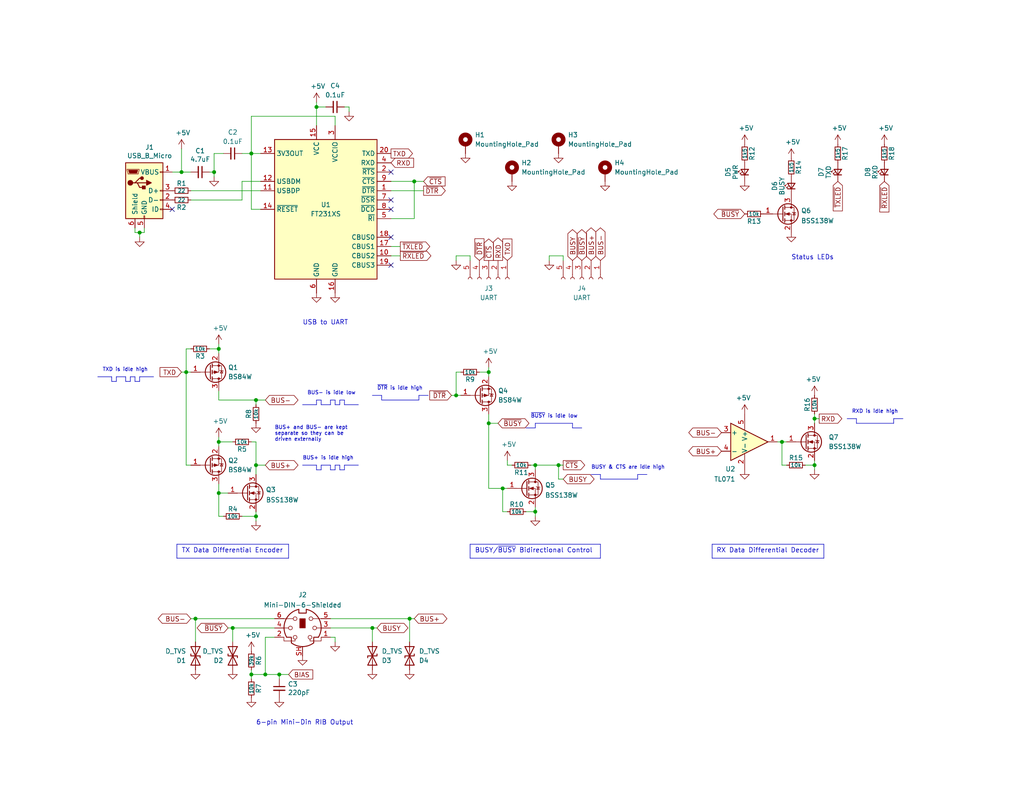
<source format=kicad_sch>
(kicad_sch (version 20211123) (generator eeschema)
  (paper "USLetter")
  (title_block (title "MiniRIB-USB") (date "2023-03-28") (rev "D") (company "W3AXL") (comment 1 "USB based adaption of the RLN4008B schematic"))
  (lib_symbols
    (symbol "Connector:Conn_01x05_Female" (pin_names (offset 1.016) hide)
      (property "Reference" "J" (at 0 7.62 0))
      (property "Value" "Conn_01x05_Female" (at 0 -7.62 0))
      (symbol "Conn_01x05_Female_1_1"
        (arc (start 0 -4.572) (mid -0.508 -5.08) (end 0 -5.588) (stroke (width 0.1524)))
        (arc (start 0 -2.032) (mid -0.508 -2.54) (end 0 -3.048) (stroke (width 0.1524)))
        (polyline (pts (xy -1.27 -5.08) (xy -0.508 -5.08)) (stroke (width 0.1524)))
        (polyline (pts (xy -1.27 -2.54) (xy -0.508 -2.54)) (stroke (width 0.1524)))
        (polyline (pts (xy -1.27 0) (xy -0.508 0)) (stroke (width 0.1524)))
        (polyline (pts (xy -1.27 2.54) (xy -0.508 2.54)) (stroke (width 0.1524)))
        (polyline (pts (xy -1.27 5.08) (xy -0.508 5.08)) (stroke (width 0.1524)))
        (arc (start 0 0.508) (mid -0.508 0) (end 0 -0.508) (stroke (width 0.1524)))
        (arc (start 0 3.048) (mid -0.508 2.54) (end 0 2.032) (stroke (width 0.1524)))
        (arc (start 0 5.588) (mid -0.508 5.08) (end 0 4.572) (stroke (width 0.1524)))
        (pin passive line (at -5.08 5.08 0) (length 3.81) (name "Pin_1") (number "1"))
        (pin passive line (at -5.08 2.54 0) (length 3.81) (name "Pin_2") (number "2"))
        (pin passive line (at -5.08 0 0) (length 3.81) (name "Pin_3") (number "3"))
        (pin passive line (at -5.08 -2.54 0) (length 3.81) (name "Pin_4") (number "4"))
        (pin passive line (at -5.08 -5.08 0) (length 3.81) (name "Pin_5") (number "5"))
      )
    )
    (symbol "Connector:USB_B_Micro" (pin_names (offset 1.016))
      (property "Reference" "J" (at -5.08 11.43 0))
      (property "Value" "USB_B_Micro" (at -5.08 8.89 0))
      (symbol "USB_B_Micro_0_1"
        (rectangle (start -5.08 -7.62) (end 5.08 7.62) (stroke (width 0.254)) (fill (type background)))
        (circle (center -3.81 2.159) (radius 0.635) (stroke (width 0.254)) (fill (type outline)))
        (circle (center -0.635 3.429) (radius 0.381) (stroke (width 0.254)) (fill (type outline)))
        (rectangle (start -0.127 -7.62) (end 0.127 -6.858))
        (polyline (pts (xy -1.905 2.159) (xy 0.635 2.159)) (stroke (width 0.254)))
        (polyline (pts (xy -3.175 2.159) (xy -2.54 2.159) (xy -1.27 3.429) (xy -0.635 3.429)) (stroke (width 0.254)))
        (polyline (pts (xy -2.54 2.159) (xy -1.905 2.159) (xy -1.27 0.889) (xy 0 0.889)) (stroke (width 0.254)))
        (polyline (pts (xy 0.635 2.794) (xy 0.635 1.524) (xy 1.905 2.159) (xy 0.635 2.794)) (stroke (width 0.254)) (fill (type outline)))
        (polyline (pts (xy -4.318 5.588) (xy -1.778 5.588) (xy -2.032 4.826) (xy -4.064 4.826) (xy -4.318 5.588)) (fill (type outline)))
        (polyline (pts (xy -4.699 5.842) (xy -4.699 5.588) (xy -4.445 4.826) (xy -4.445 4.572) (xy -1.651 4.572) (xy -1.651 4.826) (xy -1.397 5.588) (xy -1.397 5.842) (xy -4.699 5.842)))
        (rectangle (start 0.254 1.27) (end -0.508 0.508) (stroke (width 0.254)) (fill (type outline)))
        (rectangle (start 5.08 -5.207) (end 4.318 -4.953))
        (rectangle (start 5.08 -2.667) (end 4.318 -2.413))
        (rectangle (start 5.08 -0.127) (end 4.318 0.127))
        (rectangle (start 5.08 4.953) (end 4.318 5.207))
      )
      (symbol "USB_B_Micro_1_1"
        (pin power_out line (at 7.62 5.08 180) (length 2.54) (name "VBUS") (number "1"))
        (pin bidirectional line (at 7.62 -2.54 180) (length 2.54) (name "D-") (number "2"))
        (pin bidirectional line (at 7.62 0 180) (length 2.54) (name "D+") (number "3"))
        (pin passive line (at 7.62 -5.08 180) (length 2.54) (name "ID") (number "4"))
        (pin power_out line (at 0 -10.16 90) (length 2.54) (name "GND") (number "5"))
        (pin passive line (at -2.54 -10.16 90) (length 2.54) (name "Shield") (number "6"))
      )
    )
    (symbol "Device:C_Small" (pin_numbers hide) (pin_names (offset 0.254) hide)
      (property "Reference" "C" (at 0.254 1.778 0))
      (property "Value" "C_Small" (at 0.254 -2.032 0))
      (symbol "C_Small_0_1"
        (polyline (pts (xy -1.524 -0.508) (xy 1.524 -0.508)) (stroke (width 0.3302)))
        (polyline (pts (xy -1.524 0.508) (xy 1.524 0.508)) (stroke (width 0.3048)))
      )
      (symbol "C_Small_1_1"
        (pin passive line (at 0 2.54 270) (length 2.032) (name "~") (number "1"))
        (pin passive line (at 0 -2.54 90) (length 2.032) (name "~") (number "2"))
      )
    )
    (symbol "Device:D_TVS" (pin_numbers hide) (pin_names (offset 1.016) hide)
      (property "Reference" "D" (at 0 2.54 0))
      (property "Value" "D_TVS" (at 0 -2.54 0))
      (symbol "D_TVS_0_1"
        (polyline (pts (xy 1.27 0) (xy -1.27 0)))
        (polyline (pts (xy 0.508 1.27) (xy 0 1.27) (xy 0 -1.27) (xy -0.508 -1.27)) (stroke (width 0.254)))
        (polyline (pts (xy -2.54 1.27) (xy -2.54 -1.27) (xy 2.54 1.27) (xy 2.54 -1.27) (xy -2.54 1.27)) (stroke (width 0.254)))
      )
      (symbol "D_TVS_1_1"
        (pin passive line (at -3.81 0 0) (length 2.54) (name "A1") (number "1"))
        (pin passive line (at 3.81 0 180) (length 2.54) (name "A2") (number "2"))
      )
    )
    (symbol "Device:LED_Small" (pin_numbers hide) (pin_names (offset 0.254) hide)
      (property "Reference" "D" (at -1.27 3.175 0))
      (property "Value" "LED_Small" (at -4.445 -2.54 0))
      (symbol "LED_Small_0_1"
        (polyline (pts (xy -0.762 -1.016) (xy -0.762 1.016)) (stroke (width 0.254)))
        (polyline (pts (xy 1.016 0) (xy -0.762 0)))
        (polyline (pts (xy 0.762 -1.016) (xy -0.762 0) (xy 0.762 1.016) (xy 0.762 -1.016)) (stroke (width 0.254)))
        (polyline (pts (xy 0 0.762) (xy -0.508 1.27) (xy -0.254 1.27) (xy -0.508 1.27) (xy -0.508 1.016)))
        (polyline (pts (xy 0.508 1.27) (xy 0 1.778) (xy 0.254 1.778) (xy 0 1.778) (xy 0 1.524)))
      )
      (symbol "LED_Small_1_1"
        (pin passive line (at -2.54 0 0) (length 1.778) (name "K") (number "1"))
        (pin passive line (at 2.54 0 180) (length 1.778) (name "A") (number "2"))
      )
    )
    (symbol "Device:Q_NMOS_GSD" (pin_names (offset 0) hide)
      (property "Reference" "Q" (at 5.08 1.27 0))
      (property "Value" "Q_NMOS_GSD" (at 5.08 -1.27 0))
      (symbol "Q_NMOS_GSD_0_1"
        (polyline (pts (xy 0.254 0) (xy -2.54 0)))
        (polyline (pts (xy 0.254 1.905) (xy 0.254 -1.905)) (stroke (width 0.254)))
        (polyline (pts (xy 0.762 -1.27) (xy 0.762 -2.286)) (stroke (width 0.254)))
        (polyline (pts (xy 0.762 0.508) (xy 0.762 -0.508)) (stroke (width 0.254)))
        (polyline (pts (xy 0.762 2.286) (xy 0.762 1.27)) (stroke (width 0.254)))
        (polyline (pts (xy 2.54 2.54) (xy 2.54 1.778)))
        (polyline (pts (xy 2.54 -2.54) (xy 2.54 0) (xy 0.762 0)))
        (polyline (pts (xy 0.762 -1.778) (xy 3.302 -1.778) (xy 3.302 1.778) (xy 0.762 1.778)))
        (polyline (pts (xy 1.016 0) (xy 2.032 0.381) (xy 2.032 -0.381) (xy 1.016 0)) (fill (type outline)))
        (polyline (pts (xy 2.794 0.508) (xy 2.921 0.381) (xy 3.683 0.381) (xy 3.81 0.254)))
        (polyline (pts (xy 3.302 0.381) (xy 2.921 -0.254) (xy 3.683 -0.254) (xy 3.302 0.381)))
        (circle (center 1.651 0) (radius 2.794) (stroke (width 0.254)))
        (circle (center 2.54 -1.778) (radius 0.254) (fill (type outline)))
        (circle (center 2.54 1.778) (radius 0.254) (fill (type outline)))
      )
      (symbol "Q_NMOS_GSD_1_1"
        (pin input line (at -5.08 0 0) (length 2.54) (name "G") (number "1"))
        (pin passive line (at 2.54 -5.08 90) (length 2.54) (name "S") (number "2"))
        (pin passive line (at 2.54 5.08 270) (length 2.54) (name "D") (number "3"))
      )
    )
    (symbol "Device:Q_PMOS_GSD" (pin_names (offset 0) hide)
      (property "Reference" "Q" (at 5.08 1.27 0))
      (property "Value" "Q_PMOS_GSD" (at 5.08 -1.27 0))
      (symbol "Q_PMOS_GSD_0_1"
        (polyline (pts (xy 0.254 0) (xy -2.54 0)))
        (polyline (pts (xy 0.254 1.905) (xy 0.254 -1.905)) (stroke (width 0.254)))
        (polyline (pts (xy 0.762 -1.27) (xy 0.762 -2.286)) (stroke (width 0.254)))
        (polyline (pts (xy 0.762 0.508) (xy 0.762 -0.508)) (stroke (width 0.254)))
        (polyline (pts (xy 0.762 2.286) (xy 0.762 1.27)) (stroke (width 0.254)))
        (polyline (pts (xy 2.54 2.54) (xy 2.54 1.778)))
        (polyline (pts (xy 2.54 -2.54) (xy 2.54 0) (xy 0.762 0)))
        (polyline (pts (xy 0.762 1.778) (xy 3.302 1.778) (xy 3.302 -1.778) (xy 0.762 -1.778)))
        (polyline (pts (xy 2.286 0) (xy 1.27 0.381) (xy 1.27 -0.381) (xy 2.286 0)) (fill (type outline)))
        (polyline (pts (xy 2.794 -0.508) (xy 2.921 -0.381) (xy 3.683 -0.381) (xy 3.81 -0.254)))
        (polyline (pts (xy 3.302 -0.381) (xy 2.921 0.254) (xy 3.683 0.254) (xy 3.302 -0.381)))
        (circle (center 1.651 0) (radius 2.794) (stroke (width 0.254)))
        (circle (center 2.54 -1.778) (radius 0.254) (fill (type outline)))
        (circle (center 2.54 1.778) (radius 0.254) (fill (type outline)))
      )
      (symbol "Q_PMOS_GSD_1_1"
        (pin input line (at -5.08 0 0) (length 2.54) (name "G") (number "1"))
        (pin passive line (at 2.54 -5.08 90) (length 2.54) (name "S") (number "2"))
        (pin passive line (at 2.54 5.08 270) (length 2.54) (name "D") (number "3"))
      )
    )
    (symbol "Device:R_Small" (pin_numbers hide) (pin_names (offset 0.254) hide)
      (property "Reference" "R" (at 0.762 0.508 0))
      (property "Value" "R_Small" (at 0.762 -1.016 0))
      (symbol "R_Small_0_1"
        (rectangle (start -0.762 1.778) (end 0.762 -1.778) (stroke (width 0.2032)))
      )
      (symbol "R_Small_1_1"
        (pin passive line (at 0 2.54 270) (length 0.762) (name "~") (number "1"))
        (pin passive line (at 0 -2.54 90) (length 0.762) (name "~") (number "2"))
      )
    )
    (symbol "Interface_USB:FT231XS"
      (property "Reference" "U" (at -13.97 20.32 0))
      (property "Value" "FT231XS" (at 7.62 20.32 0))
      (symbol "FT231XS_0_1"
        (rectangle (start -13.97 19.05) (end 13.97 -19.05) (stroke (width 0.254)) (fill (type background)))
      )
      (symbol "FT231XS_1_1"
        (pin output line (at 17.78 5.08 180) (length 3.81) (name "~{DTR}") (number "1"))
        (pin bidirectional line (at 17.78 -12.7 180) (length 3.81) (name "CBUS2") (number "10"))
        (pin bidirectional line (at -17.78 5.08 0) (length 3.81) (name "USBDP") (number "11"))
        (pin bidirectional line (at -17.78 7.62 0) (length 3.81) (name "USBDM") (number "12"))
        (pin power_out line (at -17.78 15.24 0) (length 3.81) (name "3V3OUT") (number "13"))
        (pin input line (at -17.78 0 0) (length 3.81) (name "~{RESET}") (number "14"))
        (pin power_in line (at -2.54 22.86 270) (length 3.81) (name "VCC") (number "15"))
        (pin power_in line (at 2.54 -22.86 90) (length 3.81) (name "GND") (number "16"))
        (pin bidirectional line (at 17.78 -10.16 180) (length 3.81) (name "CBUS1") (number "17"))
        (pin bidirectional line (at 17.78 -7.62 180) (length 3.81) (name "CBUS0") (number "18"))
        (pin bidirectional line (at 17.78 -15.24 180) (length 3.81) (name "CBUS3") (number "19"))
        (pin output line (at 17.78 10.16 180) (length 3.81) (name "~{RTS}") (number "2"))
        (pin output line (at 17.78 15.24 180) (length 3.81) (name "TXD") (number "20"))
        (pin power_in line (at 2.54 22.86 270) (length 3.81) (name "VCCIO") (number "3"))
        (pin input line (at 17.78 12.7 180) (length 3.81) (name "RXD") (number "4"))
        (pin input line (at 17.78 -2.54 180) (length 3.81) (name "~{RI}") (number "5"))
        (pin power_in line (at -2.54 -22.86 90) (length 3.81) (name "GND") (number "6"))
        (pin input line (at 17.78 2.54 180) (length 3.81) (name "~{DSR}") (number "7"))
        (pin input line (at 17.78 0 180) (length 3.81) (name "~{DCD}") (number "8"))
        (pin input line (at 17.78 7.62 180) (length 3.81) (name "~{CTS}") (number "9"))
      )
    )
    (symbol "Mechanical:MountingHole_Pad" (pin_numbers hide) (pin_names (offset 1.016) hide)
      (property "Reference" "H" (at 0 6.35 0))
      (property "Value" "MountingHole_Pad" (at 0 4.445 0))
      (symbol "MountingHole_Pad_0_1"
        (circle (center 0 1.27) (radius 1.27) (stroke (width 1.27)))
      )
      (symbol "MountingHole_Pad_1_1"
        (pin input line (at 0 -2.54 90) (length 2.54) (name "1") (number "1"))
      )
    )
    (symbol "MiniDin:Mini-DIN-6-Shielded" (pin_names (offset 1.016))
      (property "Reference" "J" (at 0 7.62 0))
      (property "Value" "Mini-DIN-6-Shielded" (at 0 6.35 0))
      (symbol "Mini-DIN-6-Shielded_0_1"
        (circle (center -3.302 0) (radius 0.508))
        (arc (start -3.048 -4.064) (mid 0 -5.08) (end 3.048 -4.064) (stroke (width 0.254)))
        (circle (center -2.032 -2.54) (radius 0.508))
        (circle (center -2.032 2.54) (radius 0.508))
        (arc (start -1.016 5.08) (mid -4.6228 2.1214) (end -4.318 -2.54) (stroke (width 0.254)))
        (rectangle (start -0.762 2.54) (end 0.762 0) (fill (type outline)))
        (polyline (pts (xy -3.81 0) (xy -5.08 0)))
        (polyline (pts (xy -2.54 2.54) (xy -5.08 2.54)))
        (polyline (pts (xy 2.794 2.54) (xy 5.08 2.54)))
        (polyline (pts (xy 5.08 0) (xy 3.81 0)))
        (polyline (pts (xy -4.318 -2.54) (xy -3.048 -2.54) (xy -3.048 -4.064)) (stroke (width 0.254)))
        (polyline (pts (xy 4.318 -2.54) (xy 3.048 -2.54) (xy 3.048 -4.064)) (stroke (width 0.254)))
        (polyline (pts (xy -2.032 -3.048) (xy -2.032 -3.556) (xy -5.08 -3.556) (xy -5.08 -2.54)))
        (polyline (pts (xy -1.016 5.08) (xy -1.016 4.064) (xy 1.016 4.064) (xy 1.016 5.08)) (stroke (width 0.254)))
        (polyline (pts (xy 2.032 -3.048) (xy 2.032 -3.556) (xy 5.08 -3.556) (xy 5.08 -2.54)))
        (circle (center 2.032 -2.54) (radius 0.508))
        (circle (center 2.286 2.54) (radius 0.508))
        (circle (center 3.302 0) (radius 0.508))
        (arc (start 4.318 -2.54) (mid 4.6661 2.1322) (end 1.016 5.08) (stroke (width 0.254)))
      )
      (symbol "Mini-DIN-6-Shielded_1_1"
        (pin passive line (at 7.62 -2.54 180) (length 2.54) (name "~") (number "1"))
        (pin passive line (at -7.62 -2.54 0) (length 2.54) (name "~") (number "2"))
        (pin passive line (at 7.62 0 180) (length 2.54) (name "~") (number "3"))
        (pin passive line (at -7.62 0 0) (length 2.54) (name "~") (number "4"))
        (pin passive line (at 7.62 2.54 180) (length 2.54) (name "~") (number "5"))
        (pin passive line (at -7.62 2.54 0) (length 2.54) (name "~") (number "6"))
        (pin passive line (at 0 -7.62 90) (length 2.54) (name "~") (number "SH"))
      )
    )
    (symbol "MiniDin:TL071" (pin_names (offset 0.127))
      (property "Reference" "U" (at 0 6.35 0))
      (property "Value" "TL071" (at 0 3.81 0))
      (symbol "TL071_0_1"
        (polyline (pts (xy -5.08 5.08) (xy 5.08 0) (xy -5.08 -5.08) (xy -5.08 5.08)) (stroke (width 0.254)) (fill (type background)))
      )
      (symbol "TL071_1_1"
        (pin output line (at 7.62 0 180) (length 2.54) (name "~") (number "1"))
        (pin power_in line (at -1.27 -7.62 90) (length 4.445) (name "V-") (number "2"))
        (pin input line (at -7.62 2.54 0) (length 2.54) (name "+") (number "3"))
        (pin input line (at -7.62 -2.54 0) (length 2.54) (name "-") (number "4"))
        (pin power_in line (at -1.27 7.62 270) (length 4.445) (name "V+") (number "5"))
      )
    )
    (symbol "power:+5V" (power) (pin_names (offset 0))
      (property "Value" "+5V" (at 0 3.556 0))
      (symbol "+5V_0_1"
        (polyline (pts (xy -0.762 1.27) (xy 0 2.54)))
        (polyline (pts (xy 0 0) (xy 0 2.54)))
        (polyline (pts (xy 0 2.54) (xy 0.762 1.27)))
      )
      (symbol "+5V_1_1"
        (pin power_in line (at 0 0 90) (length 0) hide (name "+5V") (number "1"))
      )
    )
    (symbol "power:GND" (power) (pin_names (offset 0))
      (property "Value" "GND" (at 0 -3.81 0))
      (symbol "GND_0_1"
        (polyline (pts (xy 0 0) (xy 0 -1.27) (xy 1.27 -1.27) (xy 0 -2.54) (xy -1.27 -1.27) (xy 0 -1.27)))
      )
      (symbol "GND_1_1"
        (pin power_in line (at 0 0 270) (length 0) hide (name "GND") (number "1"))
      )
    )
  )
  (junction (at 68.58 184.15))
  (junction (at 49.53 46.99))
  (junction (at 53.34 168.91))
  (junction (at 146.05 139.7))
  (junction (at 113.03 49.53))
  (junction (at 69.85 127))
  (junction (at 69.85 109.22))
  (junction (at 72.39 184.15))
  (junction (at 59.69 95.25))
  (junction (at 59.69 120.65))
  (junction (at 152.4 127))
  (junction (at 76.2 184.15))
  (junction (at 133.35 115.57))
  (junction (at 213.36 120.65))
  (junction (at 101.6 171.45))
  (junction (at 133.35 101.6))
  (junction (at 111.76 168.91))
  (junction (at 50.8 101.6))
  (junction (at 222.25 114.3))
  (junction (at 58.42 46.99))
  (junction (at 69.85 140.97))
  (junction (at 38.1 63.5))
  (junction (at 63.5 171.45))
  (junction (at 86.36 29.21))
  (junction (at 59.69 134.62))
  (junction (at 137.16 133.35))
  (junction (at 146.05 127))
  (junction (at 124.46 107.95))
  (junction (at 222.25 127))
  (junction (at 68.58 41.91))
  (no_connect (at 106.68 57.15))
  (no_connect (at 106.68 46.99))
  (no_connect (at 106.68 54.61))
  (no_connect (at 46.99 57.15))
  (no_connect (at 106.68 64.77))
  (no_connect (at 106.68 72.39))
  (wire (pts (xy 36.83 62.23) (xy 36.83 63.5)))
  (polyline (pts (xy 87.63 110.49) (xy 90.17 110.49)) (stroke (width 0) (type solid)))
  (wire (pts (xy 130.81 101.6) (xy 133.35 101.6)))
  (wire (pts (xy 139.7 127) (xy 138.43 127)))
  (polyline (pts (xy 143.51 116.84) (xy 146.05 116.84)) (stroke (width 0) (type solid)))
  (polyline (pts (xy 26.67 102.87) (xy 30.48 102.87)) (stroke (width 0) (type solid)))
  (polyline (pts (xy 243.84 115.57) (xy 243.84 114.3)) (stroke (width 0) (type solid)))
  (polyline (pts (xy 30.48 102.87) (xy 30.48 104.14)) (stroke (width 0) (type solid)))
  (wire (pts (xy 113.03 49.53) (xy 113.03 59.69)))
  (polyline (pts (xy 38.1 104.14) (xy 38.1 102.87)) (stroke (width 0) (type solid)))
  (wire (pts (xy 72.39 173.99) (xy 72.39 184.15)))
  (wire (pts (xy 222.25 114.3) (xy 222.25 115.57)))
  (wire (pts (xy 152.4 127) (xy 153.67 127)))
  (wire (pts (xy 86.36 29.21) (xy 86.36 34.29)))
  (wire (pts (xy 213.36 127) (xy 213.36 120.65)))
  (polyline (pts (xy 173.99 129.54) (xy 176.53 129.54)) (stroke (width 0) (type solid)))
  (wire (pts (xy 124.46 107.95) (xy 123.19 107.95)))
  (polyline (pts (xy 90.17 128.27) (xy 91.44 128.27)) (stroke (width 0) (type solid)))
  (wire (pts (xy 106.68 52.07) (xy 115.57 52.07)))
  (polyline (pts (xy 48.26 148.59) (xy 48.26 152.4)) (stroke (width 0) (type solid)))
  (polyline (pts (xy 156.21 116.84) (xy 158.75 116.84)) (stroke (width 0) (type solid)))
  (polyline (pts (xy 161.29 129.54) (xy 163.83 129.54)) (stroke (width 0) (type solid)))
  (wire (pts (xy 57.15 95.25) (xy 59.69 95.25)))
  (wire (pts (xy 68.58 57.15) (xy 71.12 57.15)))
  (wire (pts (xy 76.2 184.15) (xy 78.74 184.15)))
  (polyline (pts (xy 104.14 109.22) (xy 114.3 109.22)) (stroke (width 0) (type solid)))
  (wire (pts (xy 68.58 182.88) (xy 68.58 184.15)))
  (polyline (pts (xy 91.44 109.22) (xy 91.44 110.49)) (stroke (width 0) (type solid)))
  (polyline (pts (xy 194.31 152.4) (xy 224.79 152.4)) (stroke (width 0) (type solid)))
  (wire (pts (xy 49.53 40.64) (xy 49.53 46.99)))
  (wire (pts (xy 152.4 130.81) (xy 152.4 127)))
  (wire (pts (xy 146.05 127) (xy 152.4 127)))
  (polyline (pts (xy 92.71 127) (xy 92.71 128.27)) (stroke (width 0) (type solid)))
  (wire (pts (xy 111.76 175.26) (xy 111.76 168.91)))
  (polyline (pts (xy 128.27 148.59) (xy 163.83 148.59)) (stroke (width 0) (type solid)))
  (polyline (pts (xy 86.36 109.22) (xy 87.63 109.22)) (stroke (width 0) (type solid)))
  (wire (pts (xy 52.07 52.07) (xy 71.12 52.07)))
  (polyline (pts (xy 34.29 104.14) (xy 35.56 104.14)) (stroke (width 0) (type solid)))
  (wire (pts (xy 46.99 46.99) (xy 49.53 46.99)))
  (wire (pts (xy 50.8 95.25) (xy 50.8 101.6)))
  (wire (pts (xy 59.69 120.65) (xy 63.5 120.65)))
  (wire (pts (xy 66.04 49.53) (xy 66.04 54.61)))
  (polyline (pts (xy 92.71 110.49) (xy 92.71 109.22)) (stroke (width 0) (type solid)))
  (wire (pts (xy 222.25 127) (xy 222.25 128.27)))
  (wire (pts (xy 59.69 120.65) (xy 59.69 121.92)))
  (polyline (pts (xy 82.55 127) (xy 86.36 127)) (stroke (width 0) (type solid)))
  (wire (pts (xy 95.25 29.21) (xy 95.25 30.48)))
  (wire (pts (xy 66.04 140.97) (xy 69.85 140.97)))
  (wire (pts (xy 69.85 120.65) (xy 69.85 127)))
  (wire (pts (xy 213.36 120.65) (xy 214.63 120.65)))
  (wire (pts (xy 52.07 95.25) (xy 50.8 95.25)))
  (wire (pts (xy 59.69 134.62) (xy 62.23 134.62)))
  (wire (pts (xy 68.58 41.91) (xy 68.58 57.15)))
  (wire (pts (xy 222.25 125.73) (xy 222.25 127)))
  (wire (pts (xy 111.76 168.91) (xy 113.03 168.91)))
  (polyline (pts (xy 87.63 109.22) (xy 87.63 110.49)) (stroke (width 0) (type solid)))
  (wire (pts (xy 124.46 107.95) (xy 125.73 107.95)))
  (wire (pts (xy 59.69 106.68) (xy 59.69 109.22)))
  (polyline (pts (xy 128.27 152.4) (xy 163.83 152.4)) (stroke (width 0) (type solid)))
  (wire (pts (xy 66.04 49.53) (xy 71.12 49.53)))
  (wire (pts (xy 124.46 101.6) (xy 124.46 107.95)))
  (wire (pts (xy 69.85 109.22) (xy 72.39 109.22)))
  (polyline (pts (xy 36.83 104.14) (xy 38.1 104.14)) (stroke (width 0) (type solid)))
  (wire (pts (xy 68.58 120.65) (xy 69.85 120.65)))
  (polyline (pts (xy 30.48 104.14) (xy 31.75 104.14)) (stroke (width 0) (type solid)))
  (polyline (pts (xy 92.71 128.27) (xy 93.98 128.27)) (stroke (width 0) (type solid)))
  (wire (pts (xy 60.96 41.91) (xy 58.42 41.91)))
  (wire (pts (xy 52.07 54.61) (xy 66.04 54.61)))
  (wire (pts (xy 133.35 115.57) (xy 133.35 113.03)))
  (wire (pts (xy 52.07 127) (xy 50.8 127)))
  (polyline (pts (xy 86.36 127) (xy 86.36 128.27)) (stroke (width 0) (type solid)))
  (wire (pts (xy 60.96 140.97) (xy 59.69 140.97)))
  (wire (pts (xy 125.73 101.6) (xy 124.46 101.6)))
  (wire (pts (xy 133.35 100.33) (xy 133.35 101.6)))
  (wire (pts (xy 38.1 63.5) (xy 39.37 63.5)))
  (wire (pts (xy 133.35 133.35) (xy 137.16 133.35)))
  (wire (pts (xy 135.89 115.57) (xy 133.35 115.57)))
  (polyline (pts (xy 104.14 107.95) (xy 104.14 109.22)) (stroke (width 0) (type solid)))
  (wire (pts (xy 133.35 101.6) (xy 133.35 102.87)))
  (wire (pts (xy 106.68 59.69) (xy 113.03 59.69)))
  (wire (pts (xy 69.85 140.97) (xy 69.85 139.7)))
  (wire (pts (xy 90.17 168.91) (xy 111.76 168.91)))
  (wire (pts (xy 106.68 49.53) (xy 113.03 49.53)))
  (polyline (pts (xy 146.05 115.57) (xy 156.21 115.57)) (stroke (width 0) (type solid)))
  (wire (pts (xy 146.05 139.7) (xy 146.05 140.97)))
  (polyline (pts (xy 48.26 148.59) (xy 78.74 148.59)) (stroke (width 0) (type solid)))
  (wire (pts (xy 101.6 175.26) (xy 101.6 171.45)))
  (polyline (pts (xy 93.98 110.49) (xy 97.79 110.49)) (stroke (width 0) (type solid)))
  (wire (pts (xy 88.9 29.21) (xy 86.36 29.21)))
  (wire (pts (xy 106.68 69.85) (xy 109.22 69.85)))
  (polyline (pts (xy 224.79 152.4) (xy 224.79 148.59)) (stroke (width 0) (type solid)))
  (wire (pts (xy 59.69 93.98) (xy 59.69 95.25)))
  (wire (pts (xy 58.42 41.91) (xy 58.42 46.99)))
  (wire (pts (xy 50.8 101.6) (xy 52.07 101.6)))
  (wire (pts (xy 149.86 69.85) (xy 153.67 69.85)))
  (wire (pts (xy 53.34 168.91) (xy 53.34 175.26)))
  (wire (pts (xy 91.44 34.29) (xy 91.44 31.75)))
  (wire (pts (xy 69.85 127) (xy 69.85 129.54)))
  (wire (pts (xy 72.39 184.15) (xy 76.2 184.15)))
  (wire (pts (xy 137.16 139.7) (xy 137.16 133.35)))
  (polyline (pts (xy 86.36 110.49) (xy 86.36 109.22)) (stroke (width 0) (type solid)))
  (wire (pts (xy 53.34 168.91) (xy 74.93 168.91)))
  (wire (pts (xy 59.69 132.08) (xy 59.69 134.62)))
  (wire (pts (xy 90.17 173.99) (xy 91.44 173.99)))
  (polyline (pts (xy 91.44 128.27) (xy 91.44 127)) (stroke (width 0) (type solid)))
  (wire (pts (xy 138.43 139.7) (xy 137.16 139.7)))
  (wire (pts (xy 52.07 168.91) (xy 53.34 168.91)))
  (polyline (pts (xy 114.3 107.95) (xy 116.84 107.95)) (stroke (width 0) (type solid)))
  (wire (pts (xy 113.03 49.53) (xy 115.57 49.53)))
  (polyline (pts (xy 78.74 152.4) (xy 78.74 148.59)) (stroke (width 0) (type solid)))
  (polyline (pts (xy 91.44 127) (xy 92.71 127)) (stroke (width 0) (type solid)))
  (polyline (pts (xy 90.17 110.49) (xy 90.17 109.22)) (stroke (width 0) (type solid)))
  (wire (pts (xy 222.25 127) (xy 219.71 127)))
  (wire (pts (xy 143.51 139.7) (xy 146.05 139.7)))
  (wire (pts (xy 146.05 138.43) (xy 146.05 139.7)))
  (wire (pts (xy 69.85 140.97) (xy 69.85 142.24)))
  (wire (pts (xy 144.78 127) (xy 146.05 127)))
  (wire (pts (xy 146.05 128.27) (xy 146.05 127)))
  (polyline (pts (xy 146.05 116.84) (xy 146.05 115.57)) (stroke (width 0) (type solid)))
  (polyline (pts (xy 86.36 128.27) (xy 87.63 128.27)) (stroke (width 0) (type solid)))
  (wire (pts (xy 76.2 185.42) (xy 76.2 184.15)))
  (wire (pts (xy 39.37 63.5) (xy 39.37 62.23)))
  (wire (pts (xy 153.67 69.85) (xy 153.67 71.12)))
  (polyline (pts (xy 194.31 148.59) (xy 224.79 148.59)) (stroke (width 0) (type solid)))
  (polyline (pts (xy 93.98 127) (xy 97.79 127)) (stroke (width 0) (type solid)))
  (polyline (pts (xy 90.17 127) (xy 90.17 128.27)) (stroke (width 0) (type solid)))
  (wire (pts (xy 128.27 69.85) (xy 128.27 71.12)))
  (polyline (pts (xy 231.14 114.3) (xy 233.68 114.3)) (stroke (width 0) (type solid)))
  (wire (pts (xy 59.69 119.38) (xy 59.69 120.65)))
  (polyline (pts (xy 163.83 130.81) (xy 173.99 130.81)) (stroke (width 0) (type solid)))
  (wire (pts (xy 72.39 173.99) (xy 74.93 173.99)))
  (wire (pts (xy 91.44 175.26) (xy 91.44 173.99)))
  (wire (pts (xy 86.36 27.94) (xy 86.36 29.21)))
  (polyline (pts (xy 163.83 129.54) (xy 163.83 130.81)) (stroke (width 0) (type solid)))
  (wire (pts (xy 63.5 171.45) (xy 74.93 171.45)))
  (polyline (pts (xy 93.98 128.27) (xy 93.98 127)) (stroke (width 0) (type solid)))
  (wire (pts (xy 133.35 115.57) (xy 133.35 133.35)))
  (wire (pts (xy 91.44 31.75) (xy 68.58 31.75)))
  (wire (pts (xy 69.85 109.22) (xy 69.85 110.49)))
  (wire (pts (xy 72.39 184.15) (xy 68.58 184.15)))
  (wire (pts (xy 93.98 29.21) (xy 95.25 29.21)))
  (wire (pts (xy 49.53 101.6) (xy 50.8 101.6)))
  (wire (pts (xy 138.43 133.35) (xy 137.16 133.35)))
  (polyline (pts (xy 114.3 109.22) (xy 114.3 107.95)) (stroke (width 0) (type solid)))
  (wire (pts (xy 59.69 95.25) (xy 59.69 96.52)))
  (wire (pts (xy 124.46 69.85) (xy 128.27 69.85)))
  (polyline (pts (xy 93.98 109.22) (xy 93.98 110.49)) (stroke (width 0) (type solid)))
  (wire (pts (xy 38.1 64.77) (xy 38.1 63.5)))
  (polyline (pts (xy 128.27 148.59) (xy 128.27 152.4)) (stroke (width 0) (type solid)))
  (wire (pts (xy 90.17 171.45) (xy 101.6 171.45)))
  (wire (pts (xy 50.8 101.6) (xy 50.8 127)))
  (wire (pts (xy 138.43 127) (xy 138.43 125.73)))
  (wire (pts (xy 222.25 113.03) (xy 222.25 114.3)))
  (wire (pts (xy 59.69 140.97) (xy 59.69 134.62)))
  (polyline (pts (xy 91.44 110.49) (xy 92.71 110.49)) (stroke (width 0) (type solid)))
  (polyline (pts (xy 90.17 109.22) (xy 91.44 109.22)) (stroke (width 0) (type solid)))
  (wire (pts (xy 153.67 130.81) (xy 152.4 130.81)))
  (polyline (pts (xy 36.83 102.87) (xy 36.83 104.14)) (stroke (width 0) (type solid)))
  (polyline (pts (xy 101.6 107.95) (xy 104.14 107.95)) (stroke (width 0) (type solid)))
  (polyline (pts (xy 243.84 114.3) (xy 246.38 114.3)) (stroke (width 0) (type solid)))
  (polyline (pts (xy 48.26 152.4) (xy 78.74 152.4)) (stroke (width 0) (type solid)))
  (polyline (pts (xy 38.1 102.87) (xy 41.91 102.87)) (stroke (width 0) (type solid)))
  (wire (pts (xy 68.58 41.91) (xy 71.12 41.91)))
  (wire (pts (xy 223.52 114.3) (xy 222.25 114.3)))
  (wire (pts (xy 72.39 127) (xy 69.85 127)))
  (wire (pts (xy 68.58 184.15) (xy 68.58 185.42)))
  (wire (pts (xy 52.07 46.99) (xy 49.53 46.99)))
  (wire (pts (xy 58.42 46.99) (xy 58.42 48.26)))
  (wire (pts (xy 214.63 127) (xy 213.36 127)))
  (polyline (pts (xy 173.99 130.81) (xy 173.99 129.54)) (stroke (width 0) (type solid)))
  (polyline (pts (xy 82.55 110.49) (xy 86.36 110.49)) (stroke (width 0) (type solid)))
  (wire (pts (xy 213.36 120.65) (xy 212.09 120.65)))
  (wire (pts (xy 124.46 71.12) (xy 124.46 69.85)))
  (wire (pts (xy 63.5 171.45) (xy 63.5 175.26)))
  (wire (pts (xy 57.15 46.99) (xy 58.42 46.99)))
  (wire (pts (xy 106.68 67.31) (xy 109.22 67.31)))
  (wire (pts (xy 149.86 71.12) (xy 149.86 69.85)))
  (polyline (pts (xy 163.83 152.4) (xy 163.83 148.59)) (stroke (width 0) (type solid)))
  (polyline (pts (xy 34.29 102.87) (xy 34.29 104.14)) (stroke (width 0) (type solid)))
  (wire (pts (xy 59.69 109.22) (xy 69.85 109.22)))
  (polyline (pts (xy 31.75 104.14) (xy 31.75 102.87)) (stroke (width 0) (type solid)))
  (polyline (pts (xy 31.75 102.87) (xy 34.29 102.87)) (stroke (width 0) (type solid)))
  (wire (pts (xy 62.23 171.45) (xy 63.5 171.45)))
  (wire (pts (xy 68.58 31.75) (xy 68.58 41.91)))
  (polyline (pts (xy 87.63 128.27) (xy 87.63 127)) (stroke (width 0) (type solid)))
  (wire (pts (xy 68.58 41.91) (xy 66.04 41.91)))
  (wire (pts (xy 101.6 171.45) (xy 102.87 171.45)))
  (polyline (pts (xy 92.71 109.22) (xy 93.98 109.22)) (stroke (width 0) (type solid)))
  (wire (pts (xy 36.83 63.5) (xy 38.1 63.5)))
  (polyline (pts (xy 194.31 148.59) (xy 194.31 152.4)) (stroke (width 0) (type solid)))
  (polyline (pts (xy 35.56 104.14) (xy 35.56 102.87)) (stroke (width 0) (type solid)))
  (polyline (pts (xy 233.68 114.3) (xy 233.68 115.57)) (stroke (width 0) (type solid)))
  (polyline (pts (xy 35.56 102.87) (xy 36.83 102.87)) (stroke (width 0) (type solid)))
  (polyline (pts (xy 233.68 115.57) (xy 243.84 115.57)) (stroke (width 0) (type solid)))
  (polyline (pts (xy 87.63 127) (xy 90.17 127)) (stroke (width 0) (type solid)))
  (polyline (pts (xy 156.21 115.57) (xy 156.21 116.84)) (stroke (width 0) (type solid)))
  (text "Status LEDs" (at 215.9 71.12 0) (effects (font (size 1.27 1.27)) (justify left bottom)))
  (text "BUS- is idle low" (at 83.82 107.95 0) (effects (font (size 1 1)) (justify left bottom)))
  (text "TX Data Differential Encoder" (at 49.53 151.13 0) (effects (font (size 1.27 1.27)) (justify left bottom)))
  (text "BUSY & CTS are idle high" (at 161.29 128.27 0) (effects (font (size 1 1)) (justify left bottom)))
  (text "RX Data Differential Decoder" (at 223.52 151.13 180) (effects (font (size 1.27 1.27)) (justify right bottom)))
  (text "~{BUSY} is idle low" (at 144.78 114.3 0) (effects (font (size 1 1)) (justify left bottom)))
  (text "6-pin Mini-Din RIB Output" (at 69.85 198.12 0) (effects (font (size 1.27 1.27)) (justify left bottom)))
  (text "~{DTR} is idle high" (at 102.87 106.68 0) (effects (font (size 1 1)) (justify left bottom)))
  (text "BUSY/~{BUSY} Bidirectional Control" (at 129.54 151.13 0) (effects (font (size 1.27 1.27)) (justify left bottom)))
  (text "RXD is idle high" (at 232.41 113.03 0) (effects (font (size 1 1)) (justify left bottom)))
  (text "TXD is idle high" (at 27.94 101.6 0) (effects (font (size 1 1)) (justify left bottom)))
  (text "USB to UART" (at 82.55 88.9 0) (effects (font (size 1.27 1.27)) (justify left bottom)))
  (text "BUS+ is idle high" (at 82.55 125.73 0) (effects (font (size 1 1)) (justify left bottom)))
  (text "BUS+ and BUS- are kept \nseparate so they can be \ndriven externally" (at 74.93 120.65 0) (effects (font (size 1 1)) (justify left bottom)))
  (global_label "~{CTS}" (shape output) (at 153.67 127 0) (property "Intersheet References" "${INTERSHEET_REFS}" (effects hide)))
  (global_label "~{DTR}" (shape input) (at 123.19 107.95 180) (property "Intersheet References" "${INTERSHEET_REFS}" (effects hide)))
  (global_label "TXD" (shape output) (at 106.68 41.91 0) (property "Intersheet References" "${INTERSHEET_REFS}" (effects hide)))
  (global_label "BUS+" (shape bidirectional) (at 113.03 168.91 0) (property "Intersheet References" "${INTERSHEET_REFS}" (effects hide)))
  (global_label "~{DTR}" (shape input) (at 130.81 71.12 90) (property "Intersheet References" "${INTERSHEET_REFS}" (effects hide)))
  (global_label "~{DTR}" (shape output) (at 115.57 52.07 0) (property "Intersheet References" "${INTERSHEET_REFS}" (effects hide)))
  (global_label "BUS-" (shape bidirectional) (at 196.85 118.11 180) (property "Intersheet References" "${INTERSHEET_REFS}" (effects hide)))
  (global_label "RXD" (shape input) (at 106.68 44.45 0) (property "Intersheet References" "${INTERSHEET_REFS}" (effects hide)))
  (global_label "BUS+" (shape bidirectional) (at 196.85 123.19 180) (property "Intersheet References" "${INTERSHEET_REFS}" (effects hide)))
  (global_label "TXD" (shape input) (at 49.53 101.6 180) (property "Intersheet References" "${INTERSHEET_REFS}" (effects hide)))
  (global_label "BUS-" (shape bidirectional) (at 72.39 109.22 0) (property "Intersheet References" "${INTERSHEET_REFS}" (effects hide)))
  (global_label "BUSY" (shape bidirectional) (at 153.67 130.81 0) (property "Intersheet References" "${INTERSHEET_REFS}" (effects hide)))
  (global_label "~{BUSY}" (shape bidirectional) (at 203.2 58.42 180) (property "Intersheet References" "${INTERSHEET_REFS}" (effects hide)))
  (global_label "~{BUSY}" (shape bidirectional) (at 135.89 115.57 0) (property "Intersheet References" "${INTERSHEET_REFS}" (effects hide)))
  (global_label "BUSY" (shape bidirectional) (at 156.21 71.12 90) (property "Intersheet References" "${INTERSHEET_REFS}" (effects hide)))
  (global_label "BUS+" (shape bidirectional) (at 72.39 127 0) (property "Intersheet References" "${INTERSHEET_REFS}" (effects hide)))
  (global_label "~{TXLED}" (shape output) (at 109.22 67.31 0) (property "Intersheet References" "${INTERSHEET_REFS}" (effects hide)))
  (global_label "~{CTS}" (shape output) (at 133.35 71.12 90) (property "Intersheet References" "${INTERSHEET_REFS}" (effects hide)))
  (global_label "~{RXLED}" (shape output) (at 109.22 69.85 0) (property "Intersheet References" "${INTERSHEET_REFS}" (effects hide)))
  (global_label "BUSY" (shape bidirectional) (at 102.87 171.45 0) (property "Intersheet References" "${INTERSHEET_REFS}" (effects hide)))
  (global_label "BUS-" (shape bidirectional) (at 163.83 71.12 90) (property "Intersheet References" "${INTERSHEET_REFS}" (effects hide)))
  (global_label "BIAS" (shape input) (at 78.74 184.15 0) (property "Intersheet References" "${INTERSHEET_REFS}" (effects hide)))
  (global_label "~{TXLED}" (shape input) (at 228.6 49.53 270) (property "Intersheet References" "${INTERSHEET_REFS}" (effects hide)))
  (global_label "~{CTS}" (shape input) (at 115.57 49.53 0) (property "Intersheet References" "${INTERSHEET_REFS}" (effects hide)))
  (global_label "TXD" (shape input) (at 138.43 71.12 90) (property "Intersheet References" "${INTERSHEET_REFS}" (effects hide)))
  (global_label "RXD" (shape output) (at 135.89 71.12 90) (property "Intersheet References" "${INTERSHEET_REFS}" (effects hide)))
  (global_label "~{RXLED}" (shape input) (at 241.3 49.53 270) (property "Intersheet References" "${INTERSHEET_REFS}" (effects hide)))
  (global_label "~{BUSY}" (shape bidirectional) (at 158.75 71.12 90) (property "Intersheet References" "${INTERSHEET_REFS}" (effects hide)))
  (global_label "BUS-" (shape bidirectional) (at 52.07 168.91 180) (property "Intersheet References" "${INTERSHEET_REFS}" (effects hide)))
  (global_label "~{BUSY}" (shape bidirectional) (at 62.23 171.45 180) (property "Intersheet References" "${INTERSHEET_REFS}" (effects hide)))
  (global_label "BUS+" (shape bidirectional) (at 161.29 71.12 90) (property "Intersheet References" "${INTERSHEET_REFS}" (effects hide)))
  (global_label "RXD" (shape output) (at 223.52 114.3 0) (property "Intersheet References" "${INTERSHEET_REFS}" (effects hide)))
  (symbol (lib_id "power:GND") (at 38.1 64.77 0) (unit 1)
    (property "Reference" "#PWR01" (effects hide))
    (property "Value" "GND" (effects hide))
  )
  (symbol (lib_id "Device:R_Small") (at 49.53 52.07 270) (unit 1)
    (property "Reference" "R1" (at 49.53 50.8 90) (effects (justify bottom)))
    (property "Value" "22" (at 49.53 52.07 90) (effects (font (size 1.016 1.016))))
    (property "Footprint" "Resistor_SMD:R_0805_2012Metric_Pad1.20x1.40mm_HandSolder" (effects hide))
  )
  (symbol (lib_id "Device:R_Small") (at 49.53 54.61 90) (unit 1)
    (property "Reference" "R2" (at 49.53 55.88 90) (effects (justify bottom)))
    (property "Value" "22" (at 49.53 54.61 90) (effects (font (size 1.016 1.016))))
    (property "Footprint" "Resistor_SMD:R_0805_2012Metric_Pad1.20x1.40mm_HandSolder" (effects hide))
  )
  (symbol (lib_id "power:+5V") (at 49.53 40.64 0) (unit 1)
    (property "Reference" "#PWR02" (effects hide))
    (property "Value" "+5V" (at 49.911 36.2458 0))
  )
  (symbol (lib_id "Device:C_Small") (at 54.61 46.99 270) (unit 1)
    (property "Reference" "C1" (at 54.61 41.91 90) (effects (justify bottom)))
    (property "Value" "4.7uF" (at 54.61 43.4848 90))
    (property "Footprint" "Capacitor_SMD:C_0805_2012Metric_Pad1.18x1.45mm_HandSolder" (effects hide))
  )
  (symbol (lib_id "power:+5V") (at 86.36 27.94 0) (unit 1)
    (property "Reference" "#PWR014" (effects hide))
    (property "Value" "+5V" (at 86.741 23.5458 0))
  )
  (symbol (lib_id "Device:C_Small") (at 91.44 29.21 270) (unit 1)
    (property "Reference" "C4" (at 91.44 24.13 90) (effects (justify bottom)))
    (property "Value" "0.1uF" (at 91.44 26.67 90) (effects (justify bottom)))
    (property "Footprint" "Capacitor_SMD:C_0805_2012Metric_Pad1.18x1.45mm_HandSolder" (effects hide))
  )
  (symbol (lib_id "power:GND") (at 95.25 30.48 0) (unit 1)
    (property "Reference" "#PWR018" (effects hide))
    (property "Value" "GND" (effects hide))
  )
  (symbol (lib_id "Device:D_TVS") (at 63.5 179.07 270) (unit 1)
    (property "Reference" "D2" (at 60.96 180.34 90) (effects (justify right)))
    (property "Value" "D_TVS" (at 60.96 177.8 90) (effects (justify right)))
    (property "Footprint" "Diode_SMD:D_0805_2012Metric_Pad1.15x1.40mm_HandSolder" (effects hide))
  )
  (symbol (lib_id "Device:D_TVS") (at 53.34 179.07 270) (unit 1)
    (property "Reference" "D1" (at 50.8 180.34 90) (effects (justify right)))
    (property "Value" "D_TVS" (at 50.8 177.8 90) (effects (justify right)))
    (property "Footprint" "Diode_SMD:D_0805_2012Metric_Pad1.15x1.40mm_HandSolder" (effects hide))
  )
  (symbol (lib_id "power:GND") (at 63.5 182.88 0) (unit 1)
    (property "Reference" "#PWR07" (effects hide))
    (property "Value" "GND" (effects hide))
  )
  (symbol (lib_id "power:GND") (at 53.34 182.88 0) (unit 1)
    (property "Reference" "#PWR03" (effects hide))
    (property "Value" "GND" (effects hide))
  )
  (symbol (lib_id "power:GND") (at 91.44 175.26 0) (unit 1)
    (property "Reference" "#PWR017" (effects hide))
    (property "Value" "GND" (effects hide))
  )
  (symbol (lib_id "Device:D_TVS") (at 101.6 179.07 90) (mirror x) (unit 1)
    (property "Reference" "D3" (at 104.14 180.34 90) (effects (justify right)))
    (property "Value" "D_TVS" (at 104.14 177.8 90) (effects (justify right)))
    (property "Footprint" "Diode_SMD:D_0805_2012Metric_Pad1.15x1.40mm_HandSolder" (effects hide))
  )
  (symbol (lib_id "power:GND") (at 101.6 182.88 0) (unit 1)
    (property "Reference" "#PWR019" (effects hide))
    (property "Value" "GND" (effects hide))
  )
  (symbol (lib_id "Device:D_TVS") (at 111.76 179.07 90) (mirror x) (unit 1)
    (property "Reference" "D4" (at 114.3 180.34 90) (effects (justify right)))
    (property "Value" "D_TVS" (at 114.3 177.8 90) (effects (justify right)))
    (property "Footprint" "Diode_SMD:D_0805_2012Metric_Pad1.15x1.40mm_HandSolder" (effects hide))
  )
  (symbol (lib_id "power:GND") (at 111.76 182.88 0) (unit 1)
    (property "Reference" "#PWR020" (effects hide))
    (property "Value" "GND" (effects hide))
  )
  (symbol (lib_id "power:+5V") (at 68.58 177.8 0) (unit 1)
    (property "Reference" "#PWR08" (effects hide))
    (property "Value" "+5V" (at 68.961 173.4058 0))
  )
  (symbol (lib_id "power:GND") (at 68.58 190.5 0) (unit 1)
    (property "Reference" "#PWR09" (effects hide))
    (property "Value" "GND" (effects hide))
  )
  (symbol (lib_id "Device:C_Small") (at 76.2 187.96 0) (unit 1)
    (property "Reference" "C3" (at 78.5368 186.7916 0) (effects (justify left)))
    (property "Value" "220pF" (at 78.5368 189.103 0) (effects (justify left)))
    (property "Footprint" "Capacitor_SMD:C_0805_2012Metric_Pad1.18x1.45mm_HandSolder" (effects hide))
  )
  (symbol (lib_id "power:GND") (at 76.2 190.5 0) (unit 1)
    (property "Reference" "#PWR012" (effects hide))
    (property "Value" "GND" (effects hide))
  )
  (symbol (lib_id "power:GND") (at 82.55 179.07 0) (unit 1)
    (property "Reference" "#PWR013" (effects hide))
    (property "Value" "GND" (effects hide))
  )
  (symbol (lib_id "Connector:USB_B_Micro") (at 39.37 52.07 0) (unit 1)
    (property "Reference" "J1" (at 40.8178 40.2082 0))
    (property "Value" "USB_B_Micro" (at 40.8178 42.5196 0))
    (property "Footprint" "Connector_USB:USB_Micro-B_Wuerth_629105150521" (effects hide))
  )
  (symbol (lib_id "power:GND") (at 69.85 115.57 0) (unit 1)
    (property "Reference" "#PWR010" (effects hide))
    (property "Value" "GND" (effects hide))
  )
  (symbol (lib_id "Interface_USB:FT231XS") (at 88.9 57.15 0) (unit 1)
    (property "Reference" "U1" (at 88.9 55.88 0))
    (property "Value" "FT231XS" (at 88.9 58.42 0))
    (property "Footprint" "Package_SO:SSOP-20_3.9x8.7mm_P0.635mm" (effects hide))
    (property "Datasheet" "https://www.ftdichip.com/Support/Documents/DataSheets/ICs/DS_FT231X.pdf" (effects hide))
  )
  (symbol (lib_id "power:+5V") (at 203.2 39.37 0) (unit 1)
    (property "Reference" "#PWR026" (effects hide))
    (property "Value" "+5V" (at 203.581 34.9758 0))
  )
  (symbol (lib_id "power:GND") (at 203.2 128.27 0) (mirror y) (unit 1)
    (property "Reference" "#PWR029" (effects hide))
    (property "Value" "GND" (effects hide))
  )
  (symbol (lib_id "Device:LED_Small") (at 203.2 46.99 90) (unit 1)
    (property "Reference" "D5" (at 199.39 46.99 0) (effects (justify bottom)))
    (property "Value" "PWR" (at 200.66 46.99 0))
    (property "Footprint" "Diode_SMD:D_0805_2012Metric_Pad1.15x1.40mm_HandSolder" (effects hide))
  )
  (symbol (lib_id "power:GND") (at 203.2 49.53 0) (unit 1)
    (property "Reference" "#PWR027" (effects hide))
    (property "Value" "GND" (effects hide))
  )
  (symbol (lib_id "Connector:Conn_01x05_Female") (at 158.75 76.2 270) (unit 1)
    (property "Reference" "J4" (at 158.75 78.74 90))
    (property "Value" "UART" (at 158.75 81.28 90))
    (property "Footprint" "Connector_PinHeader_2.54mm:PinHeader_1x05_P2.54mm_Vertical" (effects hide))
  )
  (symbol (lib_id "Device:R_Small") (at 142.24 127 90) (unit 1)
    (property "Reference" "R11" (at 142.24 128.27 90) (effects (justify bottom)))
    (property "Value" "10k" (at 142.24 127 90) (effects (font (size 1.016 1.016))))
    (property "Footprint" "Resistor_SMD:R_0805_2012Metric_Pad1.20x1.40mm_HandSolder" (effects hide))
  )
  (symbol (lib_id "power:+5V") (at 228.6 39.37 0) (unit 1)
    (property "Reference" "#PWR034" (effects hide))
    (property "Value" "+5V" (at 228.981 34.9758 0))
  )
  (symbol (lib_id "Mechanical:MountingHole_Pad") (at 152.4 39.37 0) (unit 1)
    (property "Reference" "H3" (at 154.94 36.8299 0) (effects (justify left)))
    (property "Value" "MountingHole_Pad" (at 154.94 39.3699 0) (effects (justify left)))
    (property "Footprint" "MountingHole:MountingHole_2.7mm_M2.5_Pad_TopBottom" (effects hide))
  )
  (symbol (lib_id "power:GND") (at 152.4 41.91 0) (unit 1)
    (property "Reference" "#PWR038" (effects hide))
    (property "Value" "GND" (effects hide))
  )
  (symbol (lib_id "power:+5V") (at 138.43 125.73 0) (unit 1)
    (property "Reference" "#PWR023" (effects hide))
    (property "Value" "+5V" (at 138.811 121.3358 0))
  )
  (symbol (lib_id "power:+5V") (at 133.35 100.33 0) (unit 1)
    (property "Reference" "#PWR022" (effects hide))
    (property "Value" "+5V" (at 133.731 95.9358 0))
  )
  (symbol (lib_id "Device:R_Small") (at 228.6 41.91 180) (unit 1)
    (property "Reference" "R17" (at 229.87 41.91 90) (effects (justify bottom)))
    (property "Value" "1k5" (at 228.6 41.91 90) (effects (font (size 1.016 1.016))))
    (property "Footprint" "Resistor_SMD:R_0805_2012Metric_Pad1.20x1.40mm_HandSolder" (effects hide))
  )
  (symbol (lib_id "power:GND") (at 149.86 71.12 0) (unit 1)
    (property "Reference" "#PWR025" (effects hide))
    (property "Value" "GND" (effects hide))
  )
  (symbol (lib_id "Device:LED_Small") (at 228.6 46.99 90) (unit 1)
    (property "Reference" "D7" (at 224.79 46.99 0) (effects (justify bottom)))
    (property "Value" "TXD" (at 226.06 46.99 0))
    (property "Footprint" "Diode_SMD:D_0805_2012Metric_Pad1.15x1.40mm_HandSolder" (effects hide))
  )
  (symbol (lib_id "Device:R_Small") (at 215.9 45.72 180) (unit 1)
    (property "Reference" "R14" (at 217.17 45.72 90) (effects (justify bottom)))
    (property "Value" "1k5" (at 215.9 45.72 90) (effects (font (size 1.016 1.016))))
    (property "Footprint" "Resistor_SMD:R_0805_2012Metric_Pad1.20x1.40mm_HandSolder" (effects hide))
  )
  (symbol (lib_id "Device:R_Small") (at 66.04 120.65 90) (unit 1)
    (property "Reference" "R5" (at 66.04 121.92 90) (effects (justify bottom)))
    (property "Value" "10k" (at 66.04 120.65 90) (effects (font (size 1.016 1.016))))
    (property "Footprint" "Resistor_SMD:R_0805_2012Metric_Pad1.20x1.40mm_HandSolder" (effects hide))
  )
  (symbol (lib_id "Device:R_Small") (at 68.58 187.96 0) (mirror y) (unit 1)
    (property "Reference" "R7" (at 69.85 187.96 90) (effects (justify bottom)))
    (property "Value" "10k" (at 68.58 187.96 90) (effects (font (size 1.016 1.016))))
    (property "Footprint" "Resistor_SMD:R_0805_2012Metric_Pad1.20x1.40mm_HandSolder" (effects hide))
  )
  (symbol (lib_id "power:GND") (at 86.36 80.01 0) (unit 1)
    (property "Reference" "#PWR015" (effects hide))
    (property "Value" "GND" (effects hide))
  )
  (symbol (lib_id "power:GND") (at 222.25 128.27 0) (mirror y) (unit 1)
    (property "Reference" "#PWR033" (effects hide))
    (property "Value" "GND" (effects hide))
  )
  (symbol (lib_id "Device:R_Small") (at 205.74 58.42 90) (unit 1)
    (property "Reference" "R13" (at 205.74 59.69 90) (effects (justify bottom)))
    (property "Value" "10k" (at 205.74 58.42 90) (effects (font (size 1.016 1.016))))
    (property "Footprint" "Resistor_SMD:R_0805_2012Metric_Pad1.20x1.40mm_HandSolder" (effects hide))
  )
  (symbol (lib_id "Device:Q_NMOS_GSD") (at 219.71 120.65 0) (unit 1)
    (property "Reference" "Q7" (at 226.06 119.3799 0) (effects (justify left)))
    (property "Value" "BSS138W" (at 226.06 121.9199 0) (effects (justify left)))
    (property "Footprint" "Package_TO_SOT_SMD:SOT-323_SC-70_Handsoldering" (effects hide))
  )
  (symbol (lib_id "Connector:Conn_01x05_Female") (at 133.35 76.2 270) (unit 1)
    (property "Reference" "J3" (at 133.35 78.74 90))
    (property "Value" "UART" (at 133.35 81.28 90))
    (property "Footprint" "Connector_PinHeader_2.54mm:PinHeader_1x05_P2.54mm_Vertical" (effects hide))
  )
  (symbol (lib_id "Device:Q_NMOS_GSD") (at 213.36 58.42 0) (unit 1)
    (property "Reference" "Q6" (at 218.567 57.5115 0) (effects (justify left)))
    (property "Value" "BSS138W" (at 218.567 60.2866 0) (effects (justify left)))
    (property "Footprint" "Package_TO_SOT_SMD:SOT-323_SC-70_Handsoldering" (effects hide))
  )
  (symbol (lib_id "power:+5V") (at 59.69 93.98 0) (unit 1)
    (property "Reference" "#PWR05" (effects hide))
    (property "Value" "+5V" (at 60.071 89.5858 0))
  )
  (symbol (lib_id "Mechanical:MountingHole_Pad") (at 127 39.37 0) (unit 1)
    (property "Reference" "H1" (at 129.54 36.8299 0) (effects (justify left)))
    (property "Value" "MountingHole_Pad" (at 129.54 39.3699 0) (effects (justify left)))
    (property "Footprint" "MountingHole:MountingHole_2.7mm_M2.5_Pad_TopBottom" (effects hide))
  )
  (symbol (lib_id "Device:R_Small") (at 203.2 41.91 180) (unit 1)
    (property "Reference" "R12" (at 204.47 41.91 90) (effects (justify bottom)))
    (property "Value" "1k5" (at 203.2 41.91 90) (effects (font (size 1.016 1.016))))
    (property "Footprint" "Resistor_SMD:R_0805_2012Metric_Pad1.20x1.40mm_HandSolder" (effects hide))
  )
  (symbol (lib_id "Device:Q_PMOS_GSD") (at 57.15 127 0) (mirror x) (unit 1)
    (property "Reference" "Q2" (at 62.23 125.73 0) (effects (justify left)))
    (property "Value" "BS84W" (at 62.23 128.27 0) (effects (justify left)))
    (property "Footprint" "Package_TO_SOT_SMD:SOT-323_SC-70_Handsoldering" (effects hide))
  )
  (symbol (lib_id "MiniDin:TL071") (at 204.47 120.65 0) (unit 1)
    (property "Reference" "U2" (at 200.66 128.0349 0) (effects (justify right)))
    (property "Value" "TL071" (at 200.66 130.81 0) (effects (justify right)))
    (property "Footprint" "Package_TO_SOT_SMD:SOT-23-5_HandSoldering" (effects hide))
    (property "Datasheet" "http://www.ti.com/lit/ds/symlink/tl071.pdf" (effects hide))
  )
  (symbol (lib_id "Device:Q_PMOS_GSD") (at 57.15 101.6 0) (mirror x) (unit 1)
    (property "Reference" "Q1" (at 62.23 100.33 0) (effects (justify left)))
    (property "Value" "BS84W" (at 62.23 102.87 0) (effects (justify left)))
    (property "Footprint" "Package_TO_SOT_SMD:SOT-323_SC-70_Handsoldering" (effects hide))
  )
  (symbol (lib_id "power:GND") (at 139.7 49.53 0) (unit 1)
    (property "Reference" "#PWR037" (effects hide))
    (property "Value" "GND" (effects hide))
  )
  (symbol (lib_id "power:GND") (at 91.44 80.01 0) (unit 1)
    (property "Reference" "#PWR016" (effects hide))
    (property "Value" "GND" (effects hide))
  )
  (symbol (lib_id "Device:R_Small") (at 68.58 180.34 0) (mirror y) (unit 1)
    (property "Reference" "R6" (at 69.85 180.34 90) (effects (justify bottom)))
    (property "Value" "39k" (at 68.58 180.34 90) (effects (font (size 1.016 1.016))))
    (property "Footprint" "Resistor_SMD:R_0805_2012Metric_Pad1.20x1.40mm_HandSolder" (effects hide))
  )
  (symbol (lib_id "Device:R_Small") (at 222.25 110.49 0) (mirror x) (unit 1)
    (property "Reference" "R16" (at 220.98 110.49 90) (effects (justify bottom)))
    (property "Value" "10k" (at 222.25 110.49 90) (effects (font (size 1.016 1.016))))
    (property "Footprint" "Resistor_SMD:R_0805_2012Metric_Pad1.20x1.40mm_HandSolder" (effects hide))
  )
  (symbol (lib_id "power:GND") (at 165.1 49.53 0) (unit 1)
    (property "Reference" "#PWR039" (effects hide))
    (property "Value" "GND" (effects hide))
  )
  (symbol (lib_id "power:+5V") (at 215.9 43.18 0) (unit 1)
    (property "Reference" "#PWR030" (effects hide))
    (property "Value" "+5V" (at 216.281 38.7858 0))
  )
  (symbol (lib_id "Mechanical:MountingHole_Pad") (at 139.7 46.99 0) (unit 1)
    (property "Reference" "H2" (at 142.24 44.4499 0) (effects (justify left)))
    (property "Value" "MountingHole_Pad" (at 142.24 46.9899 0) (effects (justify left)))
    (property "Footprint" "MountingHole:MountingHole_2.7mm_M2.5_Pad_TopBottom" (effects hide))
  )
  (symbol (lib_id "power:GND") (at 127 41.91 0) (unit 1)
    (property "Reference" "#PWR036" (effects hide))
    (property "Value" "GND" (effects hide))
  )
  (symbol (lib_id "Device:R_Small") (at 241.3 41.91 180) (unit 1)
    (property "Reference" "R18" (at 242.57 41.91 90) (effects (justify bottom)))
    (property "Value" "1k5" (at 241.3 41.91 90) (effects (font (size 1.016 1.016))))
    (property "Footprint" "Resistor_SMD:R_0805_2012Metric_Pad1.20x1.40mm_HandSolder" (effects hide))
  )
  (symbol (lib_id "power:GND") (at 58.42 48.26 0) (unit 1)
    (property "Reference" "#PWR04" (effects hide))
    (property "Value" "GND" (effects hide))
  )
  (symbol (lib_id "power:GND") (at 69.85 142.24 0) (unit 1)
    (property "Reference" "#PWR011" (effects hide))
    (property "Value" "GND" (effects hide))
  )
  (symbol (lib_id "Device:LED_Small") (at 215.9 50.8 90) (unit 1)
    (property "Reference" "D6" (at 212.09 50.8 0) (effects (justify bottom)))
    (property "Value" "BUSY" (at 213.36 50.8 0))
    (property "Footprint" "Diode_SMD:D_0805_2012Metric_Pad1.15x1.40mm_HandSolder" (effects hide))
  )
  (symbol (lib_id "power:+5V") (at 203.2 113.03 0) (mirror y) (unit 1)
    (property "Reference" "#PWR028" (effects hide))
    (property "Value" "+5V" (at 202.819 108.6358 0))
  )
  (symbol (lib_id "Mechanical:MountingHole_Pad") (at 165.1 46.99 0) (unit 1)
    (property "Reference" "H4" (at 167.64 44.4499 0) (effects (justify left)))
    (property "Value" "MountingHole_Pad" (at 167.64 46.9899 0) (effects (justify left)))
    (property "Footprint" "MountingHole:MountingHole_2.7mm_M2.5_Pad_TopBottom" (effects hide))
  )
  (symbol (lib_id "power:+5V") (at 59.69 119.38 0) (unit 1)
    (property "Reference" "#PWR06" (effects hide))
    (property "Value" "+5V" (at 60.071 114.9858 0))
  )
  (symbol (lib_id "power:GND") (at 146.05 140.97 0) (unit 1)
    (property "Reference" "#PWR024" (effects hide))
    (property "Value" "GND" (effects hide))
  )
  (symbol (lib_id "power:+5V") (at 222.25 107.95 0) (mirror y) (unit 1)
    (property "Reference" "#PWR032" (effects hide))
    (property "Value" "+5V" (at 221.869 103.5558 0))
  )
  (symbol (lib_id "MiniDin:Mini-DIN-6-Shielded") (at 82.55 171.45 0) (unit 1)
    (property "Reference" "J2" (at 82.5711 162.4035 0))
    (property "Value" "Mini-DIN-6-Shielded" (at 82.5711 165.1786 0))
    (property "Footprint" "MiniRIB-USB:KMDGX-6S-BS" (effects hide))
    (property "Datasheet" "http://service.powerdynamics.com/ec/Catalog17/Section%2011.pdf" (effects hide))
  )
  (symbol (lib_id "Device:LED_Small") (at 241.3 46.99 90) (unit 1)
    (property "Reference" "D8" (at 237.49 46.99 0) (effects (justify bottom)))
    (property "Value" "RXD" (at 238.76 46.99 0))
    (property "Footprint" "Diode_SMD:D_0805_2012Metric_Pad1.15x1.40mm_HandSolder" (effects hide))
  )
  (symbol (lib_id "Device:R_Small") (at 217.17 127 90) (mirror x) (unit 1)
    (property "Reference" "R15" (at 217.17 125.73 90) (effects (justify bottom)))
    (property "Value" "10k" (at 217.17 127 90) (effects (font (size 1.016 1.016))))
    (property "Footprint" "Resistor_SMD:R_0805_2012Metric_Pad1.20x1.40mm_HandSolder" (effects hide))
  )
  (symbol (lib_id "Device:R_Small") (at 54.61 95.25 90) (unit 1)
    (property "Reference" "R3" (at 54.61 96.52 90) (effects (justify bottom)))
    (property "Value" "10k" (at 54.61 95.25 90) (effects (font (size 1.016 1.016))))
    (property "Footprint" "Resistor_SMD:R_0805_2012Metric_Pad1.20x1.40mm_HandSolder" (effects hide))
  )
  (symbol (lib_id "Device:R_Small") (at 128.27 101.6 90) (unit 1)
    (property "Reference" "R9" (at 128.27 102.87 90) (effects (justify bottom)))
    (property "Value" "10k" (at 128.27 101.6 90) (effects (font (size 1.016 1.016))))
    (property "Footprint" "Resistor_SMD:R_0805_2012Metric_Pad1.20x1.40mm_HandSolder" (effects hide))
  )
  (symbol (lib_id "Device:C_Small") (at 63.5 41.91 270) (unit 1)
    (property "Reference" "C2" (at 63.5 36.83 90) (effects (justify bottom)))
    (property "Value" "0.1uF" (at 63.5 39.37 90) (effects (justify bottom)))
    (property "Footprint" "Capacitor_SMD:C_0805_2012Metric_Pad1.18x1.45mm_HandSolder" (effects hide))
  )
  (symbol (lib_id "Device:R_Small") (at 69.85 113.03 0) (mirror x) (unit 1)
    (property "Reference" "R8" (at 68.58 113.03 90) (effects (justify bottom)))
    (property "Value" "10k" (at 69.85 113.03 90) (effects (font (size 1.016 1.016))))
    (property "Footprint" "Resistor_SMD:R_0805_2012Metric_Pad1.20x1.40mm_HandSolder" (effects hide))
  )
  (symbol (lib_id "Device:Q_PMOS_GSD") (at 130.81 107.95 0) (mirror x) (unit 1)
    (property "Reference" "Q4" (at 135.89 106.68 0) (effects (justify left)))
    (property "Value" "BS84W" (at 135.89 109.22 0) (effects (justify left)))
    (property "Footprint" "Package_TO_SOT_SMD:SOT-323_SC-70_Handsoldering" (effects hide))
  )
  (symbol (lib_id "Device:R_Small") (at 140.97 139.7 270) (unit 1)
    (property "Reference" "R10" (at 140.97 138.43 90) (effects (justify bottom)))
    (property "Value" "10k" (at 140.97 139.7 90) (effects (font (size 1.016 1.016))))
    (property "Footprint" "Resistor_SMD:R_0805_2012Metric_Pad1.20x1.40mm_HandSolder" (effects hide))
  )
  (symbol (lib_id "power:+5V") (at 241.3 39.37 0) (unit 1)
    (property "Reference" "#PWR035" (effects hide))
    (property "Value" "+5V" (at 241.681 34.9758 0))
  )
  (symbol (lib_id "Device:R_Small") (at 63.5 140.97 270) (unit 1)
    (property "Reference" "R4" (at 63.5 139.7 90) (effects (justify bottom)))
    (property "Value" "10k" (at 63.5 140.97 90) (effects (font (size 1.016 1.016))))
    (property "Footprint" "Resistor_SMD:R_0805_2012Metric_Pad1.20x1.40mm_HandSolder" (effects hide))
  )
  (symbol (lib_id "Device:Q_NMOS_GSD") (at 143.51 133.35 0) (unit 1)
    (property "Reference" "Q5" (at 148.717 132.4415 0) (effects (justify left)))
    (property "Value" "BSS138W" (at 148.717 135.2166 0) (effects (justify left)))
    (property "Footprint" "Package_TO_SOT_SMD:SOT-323_SC-70_Handsoldering" (effects hide))
  )
  (symbol (lib_id "power:GND") (at 215.9 63.5 0) (unit 1)
    (property "Reference" "#PWR031" (effects hide))
    (property "Value" "GND" (effects hide))
  )
  (symbol (lib_id "Device:Q_NMOS_GSD") (at 67.31 134.62 0) (unit 1)
    (property "Reference" "Q3" (at 72.517 133.7115 0) (effects (justify left)))
    (property "Value" "BSS138W" (at 72.517 136.4866 0) (effects (justify left)))
    (property "Footprint" "Package_TO_SOT_SMD:SOT-323_SC-70_Handsoldering" (effects hide))
  )
  (symbol (lib_id "power:GND") (at 124.46 71.12 0) (unit 1)
    (property "Reference" "#PWR021" (effects hide))
    (property "Value" "GND" (effects hide))
  )
)
</source>
